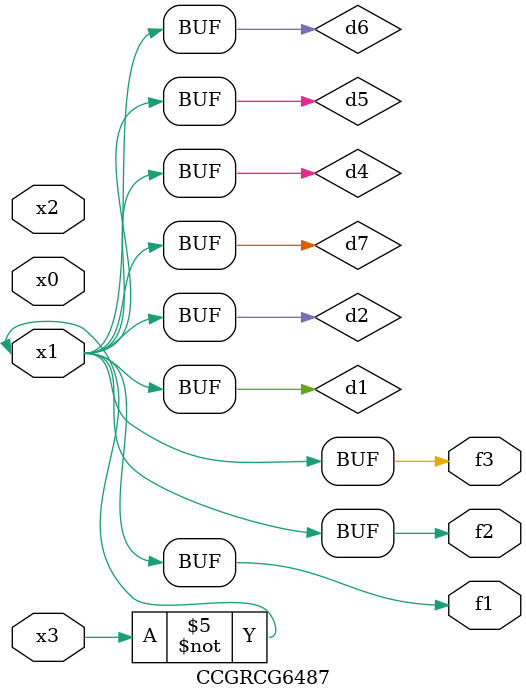
<source format=v>
module CCGRCG6487(
	input x0, x1, x2, x3,
	output f1, f2, f3
);

	wire d1, d2, d3, d4, d5, d6, d7;

	not (d1, x3);
	buf (d2, x1);
	xnor (d3, d1, d2);
	nor (d4, d1);
	buf (d5, d1, d2);
	buf (d6, d4, d5);
	nand (d7, d4);
	assign f1 = d6;
	assign f2 = d7;
	assign f3 = d6;
endmodule

</source>
